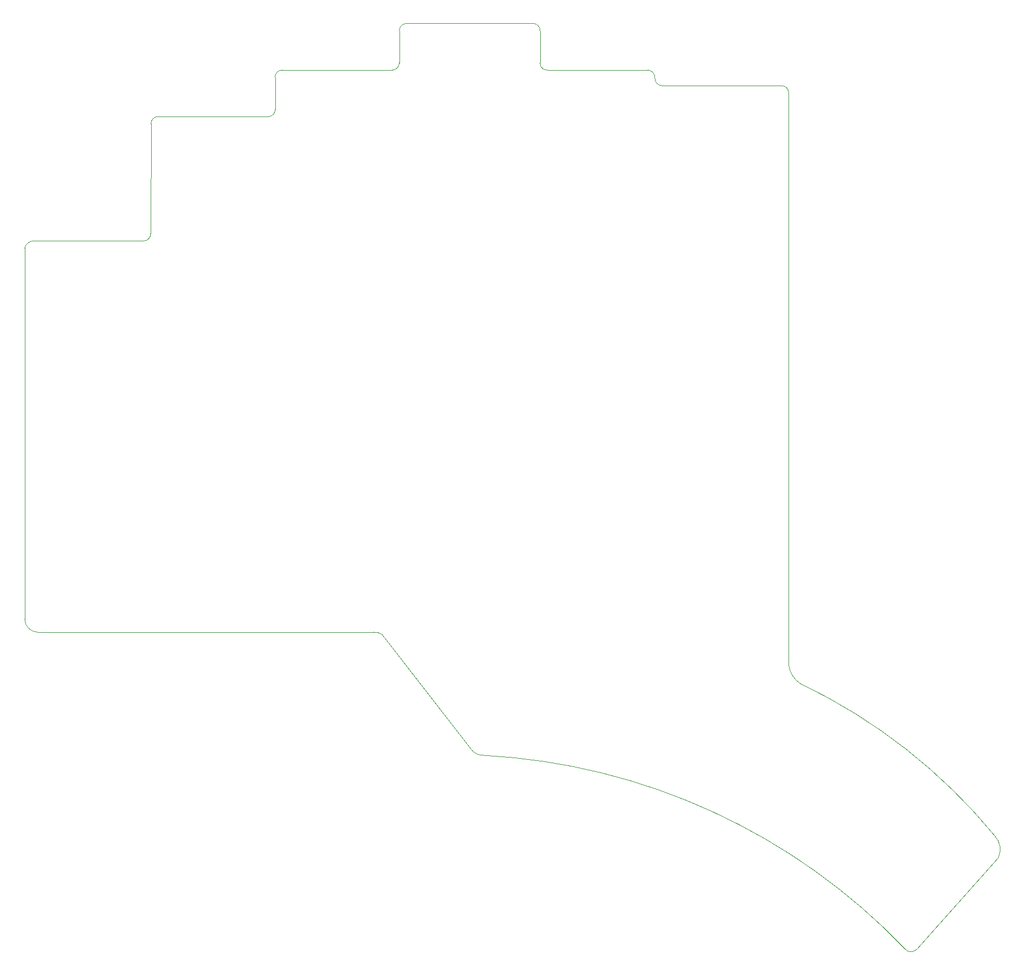
<source format=gm1>
G04 #@! TF.GenerationSoftware,KiCad,Pcbnew,(6.0.5)*
G04 #@! TF.CreationDate,2022-10-04T21:25:23-03:00*
G04 #@! TF.ProjectId,bluejay_plate,626c7565-6a61-4795-9f70-6c6174652e6b,rev?*
G04 #@! TF.SameCoordinates,Original*
G04 #@! TF.FileFunction,Profile,NP*
%FSLAX46Y46*%
G04 Gerber Fmt 4.6, Leading zero omitted, Abs format (unit mm)*
G04 Created by KiCad (PCBNEW (6.0.5)) date 2022-10-04 21:25:23*
%MOMM*%
%LPD*%
G01*
G04 APERTURE LIST*
G04 #@! TA.AperFunction,Profile*
%ADD10C,0.100000*%
G04 #@! TD*
G04 APERTURE END LIST*
D10*
X-47720000Y49050000D02*
G75*
G03*
X-48810000Y47940000I10000J-1100000D01*
G01*
X-85831552Y22855605D02*
G75*
G03*
X-87230000Y21740000I2031J-1436850D01*
G01*
X10630000Y46650000D02*
X28910000Y46650000D01*
X-85831552Y22855605D02*
X-68991330Y22847097D01*
X62170000Y-71720000D02*
X49620000Y-85750000D01*
X-48810000Y47940000D02*
X-48791330Y43007097D01*
X-8130000Y55090000D02*
G75*
G03*
X-9260000Y56200000I-1101894J8432D01*
G01*
X-29751552Y55085605D02*
X-29746441Y50156351D01*
X-9260000Y56200000D02*
X-28660000Y56200000D01*
X-66771552Y41920000D02*
X-49881330Y41897097D01*
X-18470000Y-55430000D02*
G75*
G03*
X-16740000Y-56040000I1578336J1718066D01*
G01*
X-47720000Y49050000D02*
X-30836441Y49046351D01*
X-8130000Y55090000D02*
X-8164627Y50134734D01*
X47830000Y-85700000D02*
G75*
G03*
X-16740000Y-56040000I-69646014J-66505155D01*
G01*
X30000000Y45540000D02*
X30000000Y-42150000D01*
X62169989Y-71719995D02*
G75*
G03*
X61620000Y-68370000I-2689489J1278595D01*
G01*
X29999979Y45540001D02*
G75*
G03*
X28910000Y46650000I-1082179J27499D01*
G01*
X-87230000Y-35110000D02*
G75*
G03*
X-85230000Y-37140000I2022111J-7994D01*
G01*
X-87230000Y21740000D02*
X-87230000Y-35110000D01*
X-67861552Y40800000D02*
X-67901330Y23950000D01*
X-85230000Y-37140000D02*
X-33720000Y-37140000D01*
X9480000Y47740000D02*
G75*
G03*
X10630000Y46650000I1120000J30000D01*
G01*
X-8164627Y50134734D02*
G75*
G03*
X-7050000Y49040000I1104679J9945D01*
G01*
X-49881330Y41897097D02*
G75*
G03*
X-48791330Y43007097I-10000J1100000D01*
G01*
X-32310000Y-37540000D02*
X-18470000Y-55430000D01*
X61620000Y-68370000D02*
G75*
G03*
X31810000Y-45040000I-67357126J-55355913D01*
G01*
X-7050000Y49040000D02*
X8390000Y49050000D01*
X-32310000Y-37539999D02*
G75*
G03*
X-33720000Y-37140000I-1331682J-2009057D01*
G01*
X-68991330Y22847097D02*
G75*
G03*
X-67901330Y23950000I-6451J1096451D01*
G01*
X-30836441Y49046351D02*
G75*
G03*
X-29746441Y50156351I-10000J1100000D01*
G01*
X29999970Y-42150003D02*
G75*
G03*
X31810000Y-45040000I3907530J435503D01*
G01*
X-28660000Y56200000D02*
G75*
G03*
X-29751552Y55085605I11422J-1102974D01*
G01*
X47830020Y-85699985D02*
G75*
G03*
X49620000Y-85750000I914180J661785D01*
G01*
X-66771552Y41920000D02*
G75*
G03*
X-67861552Y40800000I15000J-1105000D01*
G01*
X9480002Y47740000D02*
G75*
G03*
X8390000Y49050000I-1178632J127780D01*
G01*
M02*

</source>
